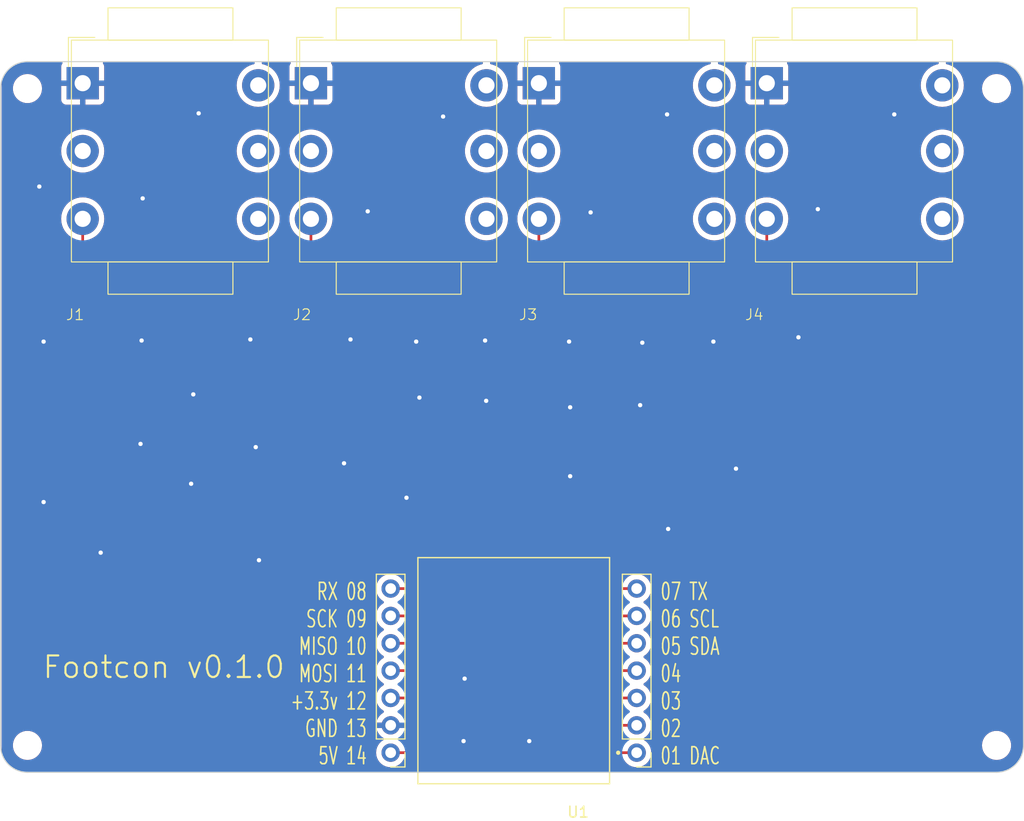
<source format=kicad_pcb>
(kicad_pcb (version 20221018) (generator pcbnew)
  (title_block (title "Footcon") (date "2023-02-27") (rev "0.10"))
  (layers (0 "F.Cu" signal) (31 "B.Cu" signal) (34 "B.Paste" user) (35 "F.Paste" user) (36 "B.SilkS" user "B.Silkscreen") (37 "F.SilkS" user "F.Silkscreen") (38 "B.Mask" user) (39 "F.Mask" user) (44 "Edge.Cuts" user))
  (net 0 "")
  (net 1 "GND")
  (net 3 "Net-(J1-J)")
  (net 8 "Net-(J2-J)")
  (net 13 "Net-(J3-J)")
  (net 18 "Net-(J4-J)")
  (net 22 "unconnected-(U1-PA8_A4_D4_SDA-Pad5)")
  (net 23 "unconnected-(U1-PA9_A5_D5_SCL-Pad6)")
  (net 24 "unconnected-(U1-PB08_A6_D6_TX-Pad7)")
  (net 25 "unconnected-(U1-PB09_A7_D7_RX-Pad8)")
  (net 26 "unconnected-(U1-PA7_A8_D8_SCK-Pad9)")
  (net 27 "unconnected-(U1-PA5_A9_D9_MISO-Pad10)")
  (net 28 "unconnected-(U1-PA6_A10_D10_MOSI-Pad11)")
  (net 29 "+3.3V")
  (net 30 "unconnected-(U1-5V-Pad14)")
  (footprint "MJ-462:MJ-462" (layer "F.Cu") (at 177.266668 79.2 -90)
    (fp_text reference "J4" (at 15.2 9.31 unlocked) (layer "F.SilkS") (effects (font (thickness 0.1))))
    (fp_text value "MJ-462")
    (fp_line (start -10.55 7.025) (end -10.55 9.475) (stroke (width 0.1)) (layer "F.SilkS"))
    (fp_line (start -10.55 9.475) (end -7.85 9.475) (stroke (width 0.1)) (layer "F.SilkS"))
    (fp_rect (start -13.3 -5.8) (end -10.3 5.8) (stroke (width 0.1)) (fill none) (layer "F.SilkS"))
    (fp_rect (start -10.3 -9.1) (end 10.3 9.2) (stroke (width 0.1)) (fill none) (layer "F.SilkS"))
    (fp_rect (start 10.3 -5.8) (end 13.3 5.8) (stroke (width 0.1)) (fill none) (layer "F.SilkS"))
    (pad "1" thru_hole rect (at -6.3 8.15 270) (size 3 3) (drill 1.5) (layers "*.Cu" "*.Mask") (net 1 "GND"))
    (pad "2" thru_hole circle (at 0 8.15 270) (size 3 3) (drill 1.5) (layers "*.Cu" "*.Mask"))
    (pad "3" thru_hole circle (at 6.3 8.15 270) (size 3 3) (drill 1.5) (layers "*.Cu" "*.Mask") (net 18 "Net-(J4-J)"))
    (pad "4" thru_hole circle (at -6.1 -8.15 270) (size 3 3) (drill 1.5) (layers "*.Cu" "*.Mask"))
    (pad "5" thru_hole circle (at 0 -8.15 270) (size 3 3) (drill 1.5) (layers "*.Cu" "*.Mask"))
    (pad "6" thru_hole circle (at 6.3 -8.15 270) (size 3 3) (drill 1.5) (layers "*.Cu" "*.Mask"))
  )
  (footprint "MJ-462:MJ-462" (layer "F.Cu") (at 113.736668 79.2 -90)
    (fp_text reference "J1" (at 15.2 8.85 unlocked) (layer "F.SilkS") (effects (font (thickness 0.1))))
    (fp_text value "MJ-462")
    (fp_line (start -10.55 7.025) (end -10.55 9.475) (stroke (width 0.1)) (layer "F.SilkS"))
    (fp_line (start -10.55 9.475) (end -7.85 9.475) (stroke (width 0.1)) (layer "F.SilkS"))
    (fp_rect (start -13.3 -5.8) (end -10.3 5.8) (stroke (width 0.1)) (fill none) (layer "F.SilkS"))
    (fp_rect (start -10.3 -9.1) (end 10.3 9.2) (stroke (width 0.1)) (fill none) (layer "F.SilkS"))
    (fp_rect (start 10.3 -5.8) (end 13.3 5.8) (stroke (width 0.1)) (fill none) (layer "F.SilkS"))
    (pad "1" thru_hole rect (at -6.3 8.15 270) (size 3 3) (drill 1.5) (layers "*.Cu" "*.Mask") (net 1 "GND"))
    (pad "2" thru_hole circle (at 0 8.15 270) (size 3 3) (drill 1.5) (layers "*.Cu" "*.Mask"))
    (pad "3" thru_hole circle (at 6.3 8.15 270) (size 3 3) (drill 1.5) (layers "*.Cu" "*.Mask") (net 3 "Net-(J1-J)"))
    (pad "4" thru_hole circle (at -6.1 -8.15 270) (size 3 3) (drill 1.5) (layers "*.Cu" "*.Mask"))
    (pad "5" thru_hole circle (at 0 -8.15 270) (size 3 3) (drill 1.5) (layers "*.Cu" "*.Mask"))
    (pad "6" thru_hole circle (at 6.3 -8.15 270) (size 3 3) (drill 1.5) (layers "*.Cu" "*.Mask"))
  )
  (footprint "MountingHole:MountingHole_2.2mm_M2" (layer "F.Cu") (at 100.456668 73.4)
    (fp_text reference "REF**" hide)
    (fp_text value "MountingHole_2.2mm_M2" hide)
    (pad "" np_thru_hole circle (at 0 0) (size 2.2 2.2) (drill 2.2) (layers "*.Cu" "*.Mask"))
  )
  (footprint "MountingHole:MountingHole_2.2mm_M2" (layer "F.Cu") (at 190.456668 73.4)
    (fp_text reference "REF**" hide)
    (fp_text value "MountingHole_2.2mm_M2" hide)
    (pad "" np_thru_hole circle (at 0 0) (size 2.2 2.2) (drill 2.2) (layers "*.Cu" "*.Mask"))
  )
  (footprint "Connector_PinHeader_2.54mm:PinHeader_1x07_P2.54mm_Vertical" (layer "F.Cu") (at 157.036668 135.075 180)
    (fp_text reference "REF**" hide)
    (fp_text value "PinHeader_1x07_P2.54mm_Vertical" hide)
    (fp_line (start -1.33 -1.33) (end 0 -1.33) (stroke (width 0.12)) (layer "F.SilkS"))
    (fp_line (start -1.33 0) (end -1.33 -1.33) (stroke (width 0.12)) (layer "F.SilkS"))
    (fp_line (start -1.33 1.27) (end -1.33 16.57) (stroke (width 0.12)) (layer "F.SilkS"))
    (fp_line (start -1.33 1.27) (end 1.33 1.27) (stroke (width 0.12)) (layer "F.SilkS"))
    (fp_line (start -1.33 16.57) (end 1.33 16.57) (stroke (width 0.12)) (layer "F.SilkS"))
    (fp_line (start 1.33 1.27) (end 1.33 16.57) (stroke (width 0.12)) (layer "F.SilkS"))
    (pad "1" thru_hole oval (at 0 0 180) (size 1.7 1.7) (drill 1) (layers "*.Cu" "*.Mask") (net 3 "Net-(J1-J)"))
    (pad "2" thru_hole oval (at 0 2.54 180) (size 1.7 1.7) (drill 1) (layers "*.Cu" "*.Mask") (net 8 "Net-(J2-J)"))
    (pad "3" thru_hole oval (at 0 5.08 180) (size 1.7 1.7) (drill 1) (layers "*.Cu" "*.Mask") (net 13 "Net-(J3-J)"))
    (pad "4" thru_hole oval (at 0 7.62 180) (size 1.7 1.7) (drill 1) (layers "*.Cu" "*.Mask") (net 18 "Net-(J4-J)"))
    (pad "5" thru_hole oval (at 0 10.16 180) (size 1.7 1.7) (drill 1) (layers "*.Cu" "*.Mask") (net 22 "unconnected-(U1-PA8_A4_D4_SDA-Pad5)"))
    (pad "6" thru_hole oval (at 0 12.7 180) (size 1.7 1.7) (drill 1) (layers "*.Cu" "*.Mask") (net 23 "unconnected-(U1-PA9_A5_D5_SCL-Pad6)"))
    (pad "7" thru_hole oval (at 0 15.24 180) (size 1.7 1.7) (drill 1) (layers "*.Cu" "*.Mask") (net 24 "unconnected-(U1-PB08_A6_D6_TX-Pad7)"))
  )
  (footprint "MJ-462:MJ-462" (layer "F.Cu") (at 134.933334 79.2 -90)
    (fp_text reference "J2" (at 15.2 8.976666 unlocked) (layer "F.SilkS") (effects (font (thickness 0.1))))
    (fp_text value "MJ-462")
    (fp_line (start -10.55 7.025) (end -10.55 9.475) (stroke (width 0.1)) (layer "F.SilkS"))
    (fp_line (start -10.55 9.475) (end -7.85 9.475) (stroke (width 0.1)) (layer "F.SilkS"))
    (fp_rect (start -13.3 -5.8) (end -10.3 5.8) (stroke (width 0.1)) (fill none) (layer "F.SilkS"))
    (fp_rect (start -10.3 -9.1) (end 10.3 9.2) (stroke (width 0.1)) (fill none) (layer "F.SilkS"))
    (fp_rect (start 10.3 -5.8) (end 13.3 5.8) (stroke (width 0.1)) (fill none) (layer "F.SilkS"))
    (pad "1" thru_hole rect (at -6.3 8.15 270) (size 3 3) (drill 1.5) (layers "*.Cu" "*.Mask") (net 1 "GND"))
    (pad "2" thru_hole circle (at 0 8.15 270) (size 3 3) (drill 1.5) (layers "*.Cu" "*.Mask"))
    (pad "3" thru_hole circle (at 6.3 8.15 270) (size 3 3) (drill 1.5) (layers "*.Cu" "*.Mask") (net 8 "Net-(J2-J)"))
    (pad "4" thru_hole circle (at -6.1 -8.15 270) (size 3 3) (drill 1.5) (layers "*.Cu" "*.Mask"))
    (pad "5" thru_hole circle (at 0 -8.15 270) (size 3 3) (drill 1.5) (layers "*.Cu" "*.Mask"))
    (pad "6" thru_hole circle (at 6.3 -8.15 270) (size 3 3) (drill 1.5) (layers "*.Cu" "*.Mask"))
  )
  (footprint "MJ-462:MJ-462" (layer "F.Cu") (at 156.1 79.2 -90)
    (fp_text reference "J3" (at 15.2 9.143332 unlocked) (layer "F.SilkS") (effects (font (thickness 0.1))))
    (fp_text value "MJ-462")
    (fp_line (start -10.55 7.025) (end -10.55 9.475) (stroke (width 0.1)) (layer "F.SilkS"))
    (fp_line (start -10.55 9.475) (end -7.85 9.475) (stroke (width 0.1)) (layer "F.SilkS"))
    (fp_rect (start -13.3 -5.8) (end -10.3 5.8) (stroke (width 0.1)) (fill none) (layer "F.SilkS"))
    (fp_rect (start -10.3 -9.1) (end 10.3 9.2) (stroke (width 0.1)) (fill none) (layer "F.SilkS"))
    (fp_rect (start 10.3 -5.8) (end 13.3 5.8) (stroke (width 0.1)) (fill none) (layer "F.SilkS"))
    (pad "1" thru_hole rect (at -6.3 8.15 270) (size 3 3) (drill 1.5) (layers "*.Cu" "*.Mask") (net 1 "GND"))
    (pad "2" thru_hole circle (at 0 8.15 270) (size 3 3) (drill 1.5) (layers "*.Cu" "*.Mask"))
    (pad "3" thru_hole circle (at 6.3 8.15 270) (size 3 3) (drill 1.5) (layers "*.Cu" "*.Mask") (net 13 "Net-(J3-J)"))
    (pad "4" thru_hole circle (at -6.1 -8.15 270) (size 3 3) (drill 1.5) (layers "*.Cu" "*.Mask"))
    (pad "5" thru_hole circle (at 0 -8.15 270) (size 3 3) (drill 1.5) (layers "*.Cu" "*.Mask"))
    (pad "6" thru_hole circle (at 6.3 -8.15 270) (size 3 3) (drill 1.5) (layers "*.Cu" "*.Mask"))
  )
  (footprint "MountingHole:MountingHole_2.2mm_M2" (layer "F.Cu") (at 190.456668 134.4)
    (fp_text reference "REF**" hide)
    (fp_text value "MountingHole_2.2mm_M2" hide)
    (pad "" np_thru_hole circle (at 0 0) (size 2.2 2.2) (drill 2.2) (layers "*.Cu" "*.Mask"))
  )
  (footprint "xiao:MODULE_102010388" (layer "F.Cu") (at 145.616668 127.46 180)
    (fp_text reference "U1" (at -5.975 -13.135) (layer "F.SilkS"))
    (fp_text value "XIAO")
    (fp_line (start -8.9 -10.5) (end -8.9 10.5) (stroke (width 0.127)) (layer "F.SilkS"))
    (fp_line (start -8.9 10.5) (end 8.9 10.5) (stroke (width 0.127)) (layer "F.SilkS"))
    (fp_line (start 8.9 -10.5) (end -8.9 -10.5) (stroke (width 0.127)) (layer "F.SilkS"))
    (fp_line (start 8.9 10.5) (end 8.9 -10.5) (stroke (width 0.127)) (layer "F.SilkS"))
    (fp_circle (center -9.7 -7.62) (end -9.6 -7.62) (stroke (width 0.2)) (fill none) (layer "F.SilkS"))
    (pad "1" smd oval (at -7.62 -7.62 180) (size 2.7 2) (drill (offset -0.42 0)) (layers "F.Cu" "F.Paste" "F.Mask") (net 3 "Net-(J1-J)"))
    (pad "2" smd oval (at -7.62 -5.08 180) (size 2.7 2) (drill (offset -0.42 0)) (layers "F.Cu" "F.Paste" "F.Mask") (net 8 "Net-(J2-J)"))
    (pad "3" smd oval (at -7.62 -2.54 180) (size 2.7 2) (drill (offset -0.42 0)) (layers "F.Cu" "F.Paste" "F.Mask") (net 13 "Net-(J3-J)"))
    (pad "4" smd oval (at -7.62 0 180) (size 2.7 2) (drill (offset -0.42 0)) (layers "F.Cu" "F.Paste" "F.Mask") (net 18 "Net-(J4-J)"))
    (pad "5" smd oval (at -7.62 2.54 180) (size 2.7 2) (drill (offset -0.42 0)) (layers "F.Cu" "F.Paste" "F.Mask") (net 22 "unconnected-(U1-PA8_A4_D4_SDA-Pad5)"))
    (pad "6" smd oval (at -7.62 5.08 180) (size 2.7 2) (drill (offset -0.42 0)) (layers "F.Cu" "F.Paste" "F.Mask") (net 23 "unconnected-(U1-PA9_A5_D5_SCL-Pad6)"))
    (pad "7" smd oval (at -7.62 7.62 180) (size 2.7 2) (drill (offset -0.42 0)) (layers "F.Cu" "F.Paste" "F.Mask") (net 24 "unconnected-(U1-PB08_A6_D6_TX-Pad7)"))
    (pad "8" smd oval (at 7.62 7.62 180) (size 2.7 2) (drill (offset 0.42 0)) (layers "F.Cu" "F.Paste" "F.Mask") (net 25 "unconnected-(U1-PB09_A7_D7_RX-Pad8)"))
    (pad "9" smd oval (at 7.62 5.08 180) (size 2.7 2) (drill (offset 0.42 0)) (layers "F.Cu" "F.Paste" "F.Mask") (net 26 "unconnected-(U1-PA7_A8_D8_SCK-Pad9)"))
    (pad "10" smd oval (at 7.62 2.54 180) (size 2.7 2) (drill (offset 0.42 0)) (layers "F.Cu" "F.Paste" "F.Mask") (net 27 "unconnected-(U1-PA5_A9_D9_MISO-Pad10)"))
    (pad "11" smd oval (at 7.62 0 180) (size 2.7 2) (drill (offset 0.42 0)) (layers "F.Cu" "F.Paste" "F.Mask") (net 28 "unconnected-(U1-PA6_A10_D10_MOSI-Pad11)"))
    (pad "12" smd oval (at 7.62 -2.54 180) (size 2.7 2) (drill (offset 0.42 0)) (layers "F.Cu" "F.Paste" "F.Mask") (net 29 "+3.3V"))
    (pad "13" smd oval (at 7.62 -5.08 180) (size 2.7 2) (drill (offset 0.42 0)) (layers "F.Cu" "F.Paste" "F.Mask") (net 1 "GND"))
    (pad "14" smd oval (at 7.62 -7.62 180) (size 2.7 2) (drill (offset 0.42 0)) (layers "F.Cu" "F.Paste" "F.Mask") (net 30 "unconnected-(U1-5V-Pad14)"))
  )
  (footprint "Connector_PinHeader_2.54mm:PinHeader_1x07_P2.54mm_Vertical" (layer "F.Cu") (at 134.186668 135.075 180)
    (fp_text reference "REF**" hide)
    (fp_text value "PinHeader_1x07_P2.54mm_Vertical" hide)
    (fp_line (start -1.33 -1.33) (end 0 -1.33) (stroke (width 0.12)) (layer "F.SilkS"))
    (fp_line (start -1.33 0) (end -1.33 -1.33) (stroke (width 0.12)) (layer "F.SilkS"))
    (fp_line (start -1.33 1.27) (end -1.33 16.57) (stroke (width 0.12)) (layer "F.SilkS"))
    (fp_line (start -1.33 1.27) (end 1.33 1.27) (stroke (width 0.12)) (layer "F.SilkS"))
    (fp_line (start -1.33 16.57) (end 1.33 16.57) (stroke (width 0.12)) (layer "F.SilkS"))
    (fp_line (start 1.33 1.27) (end 1.33 16.57) (stroke (width 0.12)) (layer "F.SilkS"))
    (pad "8" thru_hole oval (at 0 15.24 180) (size 1.7 1.7) (drill 1) (layers "*.Cu" "*.Mask") (net 25 "unconnected-(U1-PB09_A7_D7_RX-Pad8)"))
    (pad "9" thru_hole oval (at 0 12.7 180) (size 1.7 1.7) (drill 1) (layers "*.Cu" "*.Mask") (net 26 "unconnected-(U1-PA7_A8_D8_SCK-Pad9)"))
    (pad "10" thru_hole oval (at 0 10.16 180) (size 1.7 1.7) (drill 1) (layers "*.Cu" "*.Mask") (net 27 "unconnected-(U1-PA5_A9_D9_MISO-Pad10)"))
    (pad "11" thru_hole oval (at 0 7.62 180) (size 1.7 1.7) (drill 1) (layers "*.Cu" "*.Mask") (net 28 "unconnected-(U1-PA6_A10_D10_MOSI-Pad11)"))
    (pad "12" thru_hole oval (at 0 5.08 180) (size 1.7 1.7) (drill 1) (layers "*.Cu" "*.Mask") (net 29 "+3.3V"))
    (pad "13" thru_hole oval (at 0 2.54 180) (size 1.7 1.7) (drill 1) (layers "*.Cu" "*.Mask") (net 1 "GND"))
    (pad "14" thru_hole oval (at 0 0 180) (size 1.7 1.7) (drill 1) (layers "*.Cu" "*.Mask") (net 30 "unconnected-(U1-5V-Pad14)"))
  )
  (footprint "MountingHole:MountingHole_2.2mm_M2" (layer "F.Cu") (at 100.456668 134.4)
    (fp_text reference "REF**" hide)
    (fp_text value "MountingHole_2.2mm_M2" hide)
    (pad "" np_thru_hole circle (at 0 0) (size 2.2 2.2) (drill 2.2) (layers "*.Cu" "*.Mask"))
  )
  (gr_arc (start 100.456668 136.9) (mid 98.688901 136.167767) (end 97.956668 134.4) (stroke (width 0.1)) (layer "Edge.Cuts"))
  (gr_arc (start 190.456668 70.9) (mid 192.224435 71.632233) (end 192.956668 73.4) (stroke (width 0.1)) (layer "Edge.Cuts"))
  (gr_line (start 100.456668 136.9) (end 190.456668 136.9) (stroke (width 0.1)) (layer "Edge.Cuts"))
  (gr_line (start 97.956668 73.4) (end 97.956668 134.4) (stroke (width 0.1)) (layer "Edge.Cuts"))
  (gr_arc (start 97.956668 73.4) (mid 98.688901 71.632233) (end 100.456668 70.9) (stroke (width 0.1)) (layer "Edge.Cuts"))
  (gr_arc (start 192.956668 134.4) (mid 192.224435 136.167767) (end 190.456668 136.9) (stroke (width 0.1)) (layer "Edge.Cuts"))
  (gr_line (start 192.956668 73.4) (end 192.956668 134.4) (stroke (width 0.1)) (layer "Edge.Cuts"))
  (gr_line (start 190.456668 70.9) (end 100.456668 70.9) (stroke (width 0.1)) (layer "Edge.Cuts"))
  (gr_text "RX 08\nSCK 09\nMISO 10\nMOSI 11\n+3.3v 12\nGND 13\n5V 14" (at 132.056668 136.3) (layer "F.SilkS") (effects (font (size 1.58 1)) (justify right bottom)))
  (gr_text "07 TX\n06 SCL\n05 SDA\n04\n03\n02\n01 DAC" (at 159.156668 136.3) (layer "F.SilkS") (effects (font (size 1.58 1)) (justify left bottom)))
  (gr_text "Footcon v0.1.0" (at 101.756668 128.3) (layer "F.SilkS") (effects (font (size 2 2) (thickness 0.2)) (justify left bottom)))
  (segment (start 137.991668 132.535) (end 134.186668 132.535) (width 0.25) (layer "F.Cu") (net 1))
  (segment (start 137.996668 132.54) (end 137.991668 132.535) (width 0.25) (layer "F.Cu") (net 1))
  (via (at 139.056668 76) (size 0.8) (drill 0.4) (layers "F.Cu" "B.Cu") (net 1))
  (via (at 142.956668 96.8) (size 0.8) (drill 0.4) (layers "F.Cu" "B.Cu") (net 1))
  (via (at 180.956668 75.8) (size 0.8) (drill 0.4) (layers "F.Cu" "B.Cu") (net 1))
  (via (at 157.356668 102.8) (size 0.8) (drill 0.4) (layers "F.Cu" "B.Cu") (net 1))
  (via (at 140.956668 134) (size 0.8) (drill 0.4) (layers "F.Cu" "B.Cu") (net 1))
  (via (at 157.556668 97) (size 0.8) (drill 0.4) (layers "F.Cu" "B.Cu") (net 1))
  (via (at 107.256668 116.5) (size 0.8) (drill 0.4) (layers "F.Cu" "B.Cu") (net 1))
  (via (at 172.056668 96.5) (size 0.8) (drill 0.4) (layers "F.Cu" "B.Cu") (net 1))
  (via (at 143.056668 102.4) (size 0.8) (drill 0.4) (layers "F.Cu" "B.Cu") (net 1))
  (via (at 116.356668 75.7) (size 0.8) (drill 0.4) (layers "F.Cu" "B.Cu") (net 1))
  (via (at 141.056668 128.2) (size 0.8) (drill 0.4) (layers "F.Cu" "B.Cu") (net 1))
  (via (at 159.956668 114.3) (size 0.8) (drill 0.4) (layers "F.Cu" "B.Cu") (net 1))
  (via (at 101.556668 82.5) (size 0.8) (drill 0.4) (layers "F.Cu" "B.Cu") (net 1))
  (via (at 101.956668 96.9) (size 0.8) (drill 0.4) (layers "F.Cu" "B.Cu") (net 1))
  (via (at 150.756668 96.9) (size 0.8) (drill 0.4) (layers "F.Cu" "B.Cu") (net 1))
  (via (at 132.056668 84.8) (size 0.8) (drill 0.4) (layers "F.Cu" "B.Cu") (net 1))
  (via (at 164.156668 96.9) (size 0.8) (drill 0.4) (layers "F.Cu" "B.Cu") (net 1))
  (via (at 110.956668 106.4) (size 0.8) (drill 0.4) (layers "F.Cu" "B.Cu") (net 1))
  (via (at 152.756668 84.9) (size 0.8) (drill 0.4) (layers "F.Cu" "B.Cu") (net 1))
  (via (at 115.656668 110.1) (size 0.8) (drill 0.4) (layers "F.Cu" "B.Cu") (net 1))
  (via (at 136.556668 96.9) (size 0.8) (drill 0.4) (layers "F.Cu" "B.Cu") (net 1))
  (via (at 147.056668 134) (size 0.8) (drill 0.4) (layers "F.Cu" "B.Cu") (net 1))
  (via (at 121.656668 106.7) (size 0.8) (drill 0.4) (layers "F.Cu" "B.Cu") (net 1))
  (via (at 136.856668 102.1) (size 0.8) (drill 0.4) (layers "F.Cu" "B.Cu") (net 1))
  (via (at 135.656668 111.4) (size 0.8) (drill 0.4) (layers "F.Cu" "B.Cu") (net 1))
  (via (at 173.856668 84.6) (size 0.8) (drill 0.4) (layers "F.Cu" "B.Cu") (net 1))
  (via (at 121.156668 96.7) (size 0.8) (drill 0.4) (layers "F.Cu" "B.Cu") (net 1))
  (via (at 166.256668 108.7) (size 0.8) (drill 0.4) (layers "F.Cu" "B.Cu") (net 1))
  (via (at 150.856668 103) (size 0.8) (drill 0.4) (layers "F.Cu" "B.Cu") (net 1))
  (via (at 129.856668 108.2) (size 0.8) (drill 0.4) (layers "F.Cu" "B.Cu") (net 1))
  (via (at 159.856668 75.8) (size 0.8) (drill 0.4) (layers "F.Cu" "B.Cu") (net 1))
  (via (at 111.056668 96.8) (size 0.8) (drill 0.4) (layers "F.Cu" "B.Cu") (net 1))
  (via (at 115.856668 101.8) (size 0.8) (drill 0.4) (layers "F.Cu" "B.Cu") (net 1))
  (via (at 150.856668 109.4) (size 0.8) (drill 0.4) (layers "F.Cu" "B.Cu") (net 1))
  (via (at 101.956668 111.8) (size 0.8) (drill 0.4) (layers "F.Cu" "B.Cu") (net 1))
  (via (at 111.156668 83.6) (size 0.8) (drill 0.4) (layers "F.Cu" "B.Cu") (net 1))
  (via (at 130.456668 96.7) (size 0.8) (drill 0.4) (layers "F.Cu" "B.Cu") (net 1))
  (via (at 121.956668 117.2) (size 0.8) (drill 0.4) (layers "F.Cu" "B.Cu") (net 1))
  (segment (start 142.156668 124) (end 142.156668 119.35) (width 0.25) (layer "F.Cu") (net 3))
  (segment (start 105.516668 106.77) (end 105.586668 106.7) (width 0.25) (layer "F.Cu") (net 3))
  (segment (start 113.366668 114.62) (end 105.516668 106.77) (width 0.25) (layer "F.Cu") (net 3))
  (segment (start 153.236668 135.08) (end 153.241668 135.075) (width 0.25) (layer "F.Cu") (net 3))
  (segment (start 153.241668 135.075) (end 157.036668 135.075) (width 0.25) (layer "F.Cu") (net 3))
  (segment (start 137.426668 114.62) (end 113.366668 114.62) (width 0.25) (layer "F.Cu") (net 3))
  (segment (start 105.586668 106.7) (end 105.586668 85.5) (width 0.25) (layer "F.Cu") (net 3))
  (segment (start 142.156668 119.35) (end 137.426668 114.62) (width 0.25) (layer "F.Cu") (net 3))
  (segment (start 153.236668 135.08) (end 142.156668 124) (width 0.25) (layer "F.Cu") (net 3))
  (segment (start 126.876668 101.89) (end 126.876668 98.56) (width 0.25) (layer "F.Cu") (net 8))
  (segment (start 153.241668 132.535) (end 157.036668 132.535) (width 0.25) (layer "F.Cu") (net 8))
  (segment (start 143.726668 112.27) (end 135.816668 104.36) (width 0.25) (layer "F.Cu") (net 8))
  (segment (start 126.876668 98.56) (end 126.783334 98.466666) (width 0.25) (layer "F.Cu") (net 8))
  (segment (start 153.236668 132.54) (end 143.726668 123.03) (width 0.25) (layer "F.Cu") (net 8))
  (segment (start 129.346668 104.36) (end 126.876668 101.89) (width 0.25) (layer "F.Cu") (net 8))
  (segment (start 153.236668 132.54) (end 153.241668 132.535) (width 0.25) (layer "F.Cu") (net 8))
  (segment (start 126.783334 98.466666) (end 126.783334 85.5) (width 0.25) (layer "F.Cu") (net 8))
  (segment (start 135.816668 104.36) (end 129.346668 104.36) (width 0.25) (layer "F.Cu") (net 8))
  (segment (start 143.726668 123.03) (end 143.726668 112.27) (width 0.25) (layer "F.Cu") (net 8))
  (segment (start 153.236668 130) (end 153.136668 130) (width 0.25) (layer "F.Cu") (net 13))
  (segment (start 147.95 124.813332) (end 147.95 85.5) (width 0.25) (layer "F.Cu") (net 13))
  (segment (start 153.236668 130) (end 153.241668 129.995) (width 0.25) (layer "F.Cu") (net 13))
  (segment (start 153.136668 130) (end 147.95 124.813332) (width 0.25) (layer "F.Cu") (net 13))
  (segment (start 153.241668 129.995) (end 157.036668 129.995) (width 0.25) (layer "F.Cu") (net 13))
  (segment (start 150.556668 124.78) (end 150.556668 118.9) (width 0.25) (layer "F.Cu") (net 18))
  (segment (start 169.116668 100.34) (end 169.116668 85.5) (width 0.25) (layer "F.Cu") (net 18))
  (segment (start 153.241668 127.455) (end 157.036668 127.455) (width 0.25) (layer "F.Cu") (net 18))
  (segment (start 150.556668 118.9) (end 169.116668 100.34) (width 0.25) (layer "F.Cu") (net 18))
  (segment (start 153.236668 127.46) (end 153.241668 127.455) (width 0.25) (layer "F.Cu") (net 18))
  (segment (start 153.236668 127.46) (end 150.556668 124.78) (width 0.25) (layer "F.Cu") (net 18))
  (segment (start 153.236668 124.92) (end 153.241668 124.915) (width 0.25) (layer "F.Cu") (net 22))
  (segment (start 153.241668 124.915) (end 157.036668 124.915) (width 0.25) (layer "F.Cu") (net 22))
  (segment (start 153.236668 122.38) (end 153.241668 122.375) (width 0.25) (layer "F.Cu") (net 23))
  (segment (start 153.241668 122.375) (end 157.036668 122.375) (width 0.25) (layer "F.Cu") (net 23))
  (segment (start 153.236668 119.84) (end 153.241668 119.835) (width 0.25) (layer "F.Cu") (net 24))
  (segment (start 153.241668 119.835) (end 157.036668 119.835) (width 0.25) (layer "F.Cu") (net 24))
  (segment (start 137.996668 119.84) (end 137.991668 119.835) (width 0.25) (layer "F.Cu") (net 25))
  (segment (start 137.991668 119.835) (end 134.186668 119.835) (width 0.25) (layer "F.Cu") (net 25))
  (segment (start 137.996668 122.38) (end 137.991668 122.375) (width 0.25) (layer "F.Cu") (net 26))
  (segment (start 137.991668 122.375) (end 134.186668 122.375) (width 0.25) (layer "F.Cu") (net 26))
  (segment (start 137.991668 124.915) (end 134.186668 124.915) (width 0.25) (layer "F.Cu") (net 27))
  (segment (start 137.996668 124.92) (end 137.991668 124.915) (width 0.25) (layer "F.Cu") (net 27))
  (segment (start 137.996668 127.46) (end 137.991668 127.455) (width 0.25) (layer "F.Cu") (net 28))
  (segment (start 137.991668 127.455) (end 134.186668 127.455) (width 0.25) (layer "F.Cu") (net 28))
  (segment (start 137.996668 130) (end 137.991668 129.995) (width 0.25) (layer "F.Cu") (net 29))
  (segment (start 137.991668 129.995) (end 134.186668 129.995) (width 0.25) (layer "F.Cu") (net 29))
  (segment (start 137.991668 135.075) (end 134.186668 135.075) (width 0.25) (layer "F.Cu") (net 30))
  (segment (start 137.996668 135.08) (end 137.991668 135.075) (width 0.25) (layer "F.Cu") (net 30))
  (zone (net 1) (net_name "GND") (layers "F&B.Cu") (connect_pads (clearance 0.5)) (min_thickness 0.25) (fill yes (thermal_gap 0.5) (thermal_bridge_width 0.5))
    (polygon (pts (xy 98.056668 70.9) (xy 98.056668 137) (xy 192.956668 137) (xy 192.956668 70.7)))
  )
)
</source>
